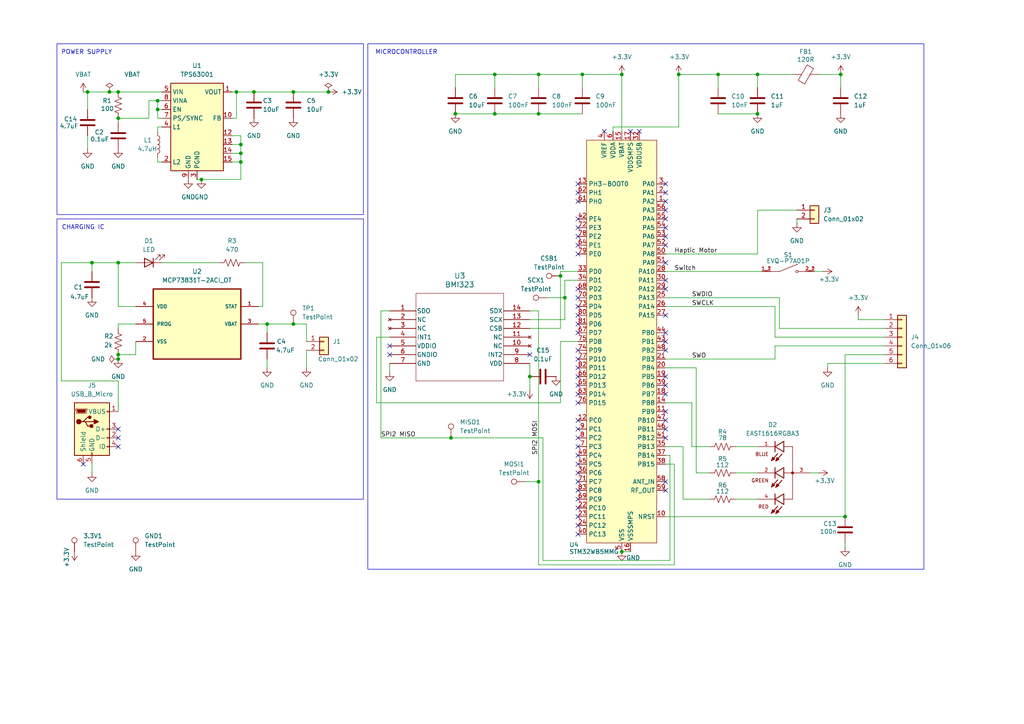
<source format=kicad_sch>
(kicad_sch (version 20231120) (generator "eeschema") (generator_version "8.0")
  (paper "A4")
  (lib_symbols
    (symbol "2025-09-24_20-33-02:BMI323" (pin_names (offset 0.254))
      (property "Reference" "U" (at 20.32 10.16 0))
      (property "Value" "BMI323" (at 20.32 7.62 0))
      (symbol "BMI323_0_1"
        (pin bidirectional line (at 0 0 0) (length 7.62) (name "SDO") (number "1"))
        (pin no_connect line (at 40.64 -10.16 180) (length 7.62) (name "NC") (number "10"))
        (pin no_connect line (at 40.64 -7.62 180) (length 7.62) (name "NC") (number "11"))
        (pin input line (at 40.64 -5.08 180) (length 7.62) (name "CSB") (number "12"))
        (pin input line (at 40.64 -2.54 180) (length 7.62) (name "SCX") (number "13"))
        (pin bidirectional line (at 40.64 0 180) (length 7.62) (name "SDX") (number "14"))
        (pin no_connect line (at 0 -2.54 0) (length 7.62) (name "NC") (number "2"))
        (pin no_connect line (at 0 -5.08 0) (length 7.62) (name "NC") (number "3"))
        (pin bidirectional line (at 0 -7.62 0) (length 7.62) (name "INT1") (number "4"))
        (pin power_in line (at 0 -10.16 0) (length 7.62) (name "VDDIO") (number "5"))
        (pin power_out line (at 0 -12.7 0) (length 7.62) (name "GNDIO") (number "6"))
        (pin power_out line (at 0 -15.24 0) (length 7.62) (name "GND") (number "7"))
        (pin power_in line (at 40.64 -15.24 180) (length 7.62) (name "VDD") (number "8"))
        (pin bidirectional line (at 40.64 -12.7 180) (length 7.62) (name "INT2") (number "9"))
      )
    )
    (symbol "Connector:TestPoint" (pin_numbers hide) (pin_names (offset 0.762) hide)
      (property "Reference" "TP" (at 0 6.858 0))
      (property "Value" "TestPoint" (at 0 5.08 0))
      (symbol "TestPoint_1_1"
        (pin passive line (at 0 0 90) (length 2.54) (name "1") (number "1"))
      )
    )
    (symbol "Connector:USB_B_Micro" (pin_names (offset 1.016))
      (property "Reference" "J" (at -5.08 11.43 0))
      (property "Value" "USB_B_Micro" (at -5.08 8.89 0))
      (symbol "USB_B_Micro_1_1"
        (pin power_out line (at 7.62 5.08 180) (length 2.54) (name "VBUS") (number "1"))
        (pin bidirectional line (at 7.62 -2.54 180) (length 2.54) (name "D-") (number "2"))
        (pin bidirectional line (at 7.62 0 180) (length 2.54) (name "D+") (number "3"))
        (pin passive line (at 7.62 -5.08 180) (length 2.54) (name "ID") (number "4"))
        (pin power_out line (at 0 -10.16 90) (length 2.54) (name "GND") (number "5"))
        (pin passive line (at -2.54 -10.16 90) (length 2.54) (name "Shield") (number "6"))
      )
    )
    (symbol "Connector_Generic:Conn_01x02" (pin_names (offset 1.016) hide)
      (property "Reference" "J" (at 0 2.54 0))
      (property "Value" "Conn_01x02" (at 0 -5.08 0))
      (symbol "Conn_01x02_1_1"
        (pin passive line (at -5.08 0 0) (length 3.81) (name "Pin_1") (number "1"))
        (pin passive line (at -5.08 -2.54 0) (length 3.81) (name "Pin_2") (number "2"))
      )
    )
    (symbol "Connector_Generic:Conn_01x06" (pin_names (offset 1.016) hide)
      (property "Reference" "J" (at 0 7.62 0))
      (property "Value" "Conn_01x06" (at 0 -10.16 0))
      (symbol "Conn_01x06_1_1"
        (pin passive line (at -5.08 5.08 0) (length 3.81) (name "Pin_1") (number "1"))
        (pin passive line (at -5.08 2.54 0) (length 3.81) (name "Pin_2") (number "2"))
        (pin passive line (at -5.08 0 0) (length 3.81) (name "Pin_3") (number "3"))
        (pin passive line (at -5.08 -2.54 0) (length 3.81) (name "Pin_4") (number "4"))
        (pin passive line (at -5.08 -5.08 0) (length 3.81) (name "Pin_5") (number "5"))
        (pin passive line (at -5.08 -7.62 0) (length 3.81) (name "Pin_6") (number "6"))
      )
    )
    (symbol "Device:C" (pin_numbers hide) (pin_names (offset 0.254))
      (property "Reference" "C" (at 0.635 2.54 0))
      (property "Value" "C" (at 0.635 -2.54 0))
      (symbol "C_1_1"
        (pin passive line (at 0 3.81 270) (length 2.794) (name "~") (number "1"))
        (pin passive line (at 0 -3.81 90) (length 2.794) (name "~") (number "2"))
      )
    )
    (symbol "Device:FerriteBead" (pin_numbers hide) (pin_names (offset 0))
      (property "Reference" "FB" (at -3.81 0.635 90))
      (property "Value" "FerriteBead" (at 3.81 0 90))
      (symbol "FerriteBead_1_1"
        (pin passive line (at 0 3.81 270) (length 2.54) (name "~") (number "1"))
        (pin passive line (at 0 -3.81 90) (length 2.54) (name "~") (number "2"))
      )
    )
    (symbol "Device:L" (pin_numbers hide) (pin_names (offset 1.016) hide)
      (property "Reference" "L" (at -1.27 0 90))
      (property "Value" "L" (at 1.905 0 90))
      (symbol "L_1_1"
        (pin passive line (at 0 3.81 270) (length 1.27) (name "1") (number "1"))
        (pin passive line (at 0 -3.81 90) (length 1.27) (name "2") (number "2"))
      )
    )
    (symbol "Device:LED" (pin_numbers hide) (pin_names (offset 1.016) hide)
      (property "Reference" "D" (at 0 2.54 0))
      (property "Value" "LED" (at 0 -2.54 0))
      (symbol "LED_1_1"
        (pin passive line (at -3.81 0 0) (length 2.54) (name "K") (number "1"))
        (pin passive line (at 3.81 0 180) (length 2.54) (name "A") (number "2"))
      )
    )
    (symbol "Device:R_US" (pin_numbers hide) (pin_names (offset 0))
      (property "Reference" "R" (at 2.54 0 90))
      (property "Value" "R_US" (at -2.54 0 90))
      (symbol "R_US_1_1"
        (pin passive line (at 0 3.81 270) (length 1.27) (name "~") (number "1"))
        (pin passive line (at 0 -3.81 90) (length 1.27) (name "~") (number "2"))
      )
    )
    (symbol "EAST1616RGBA3:EAST1616RGBA3" (pin_names (offset 1.016))
      (property "Reference" "D" (at -8.255 10.16 0))
      (property "Value" "EAST1616RGBA3" (at -8.255 9.525 0))
      (symbol "EAST1616RGBA3_0_0"
        (text "BLUE" (at 4.318 -4.826 0) (effects (font (size 1.016 1.016)) (justify left bottom)))
        (text "GREEN" (at 4.318 2.794 0) (effects (font (size 1.016 1.016)) (justify left bottom)))
        (text "RED" (at 4.318 10.414 0) (effects (font (size 1.016 1.016)) (justify left bottom)))
        (pin passive line (at 7.62 -7.62 180) (length 5.08) (name "~") (number "1"))
        (pin passive line (at 7.62 0 180) (length 5.08) (name "~") (number "2"))
        (pin passive line (at -7.62 0 0) (length 5.08) (name "~") (number "3"))
        (pin passive line (at 7.62 7.62 180) (length 5.08) (name "~") (number "4"))
      )
    )
    (symbol "EVQ-P7A01P:EVQ-P7A01P" (pin_names (offset 1.016))
      (property "Reference" "S" (at -2.54 2.54 0))
      (property "Value" "EVQ-P7A01P" (at -2.54 -2.54 0))
      (symbol "EVQ-P7A01P_0_0"
        (pin passive line (at -7.62 0 0) (length 2.54) (name "~") (number "1_1"))
        (pin passive line (at -7.62 0 0) (length 2.54) (name "~") (number "1_2"))
        (pin passive line (at 7.62 0 180) (length 2.54) (name "~") (number "2_1"))
        (pin passive line (at 7.62 0 180) (length 2.54) (name "~") (number "2_2"))
      )
    )
    (symbol "MCP73831T-2ACI_OT:MCP73831T-2ACI_OT" (pin_names (offset 1.016))
      (property "Reference" "U" (at -4.1227 10.0778 0))
      (property "Value" "MCP73831T-2ACI_OT" (at -5.9526 -17.1963 0))
      (symbol "MCP73831T-2ACI_OT_0_0"
        (pin output line (at 17.78 2.54 180) (length 5.08) (name "STAT") (number "1"))
        (pin power_in line (at -17.78 -7.62 0) (length 5.08) (name "VSS") (number "2"))
        (pin output line (at 17.78 -2.54 180) (length 5.08) (name "VBAT") (number "3"))
        (pin power_in line (at -17.78 2.54 0) (length 5.08) (name "VDD") (number "4"))
        (pin input line (at -17.78 -2.54 0) (length 5.08) (name "PROG") (number "5"))
      )
    )
    (symbol "RF_Module:STM32WB5MMG"
      (property "Reference" "U" (at 7.62 59.69 0))
      (property "Value" "STM32WB5MMG" (at 10.16 -59.69 0))
      (symbol "STM32WB5MMG_1_1"
        (pin bidirectional line (at 12.7 40.64 180) (length 2.54) (name "PA2") (number "1"))
        (pin input line (at 12.7 -50.8 180) (length 2.54) (name "NRST") (number "10"))
        (pin bidirectional line (at 12.7 -20.32 180) (length 2.54) (name "PB9") (number "11"))
        (pin bidirectional line (at -12.7 -22.86 0) (length 2.54) (name "PC0") (number "12"))
        (pin bidirectional line (at -12.7 45.72 0) (length 2.54) (name "PH3-BOOT0") (number "13"))
        (pin bidirectional line (at 12.7 -17.78 180) (length 2.54) (name "PB8") (number "14"))
        (pin power_in line (at 0 60.96 270) (length 2.54) (name "VBAT") (number "15"))
        (pin power_in line (at 2.54 -60.96 90) (length 2.54) (name "VSSSMPS") (number "16"))
        (pin power_in line (at 2.54 60.96 270) (length 2.54) (name "VDDSMPS") (number "17"))
        (pin bidirectional line (at 12.7 -15.24 180) (length 2.54) (name "PB7") (number "18"))
        (pin bidirectional line (at 12.7 -10.16 180) (length 2.54) (name "PB5") (number "19"))
        (pin bidirectional line (at 12.7 43.18 180) (length 2.54) (name "PA1") (number "2"))
        (pin bidirectional line (at 12.7 -7.62 180) (length 2.54) (name "PB4") (number "20"))
        (pin bidirectional line (at 12.7 -5.08 180) (length 2.54) (name "PB3") (number "21"))
        (pin bidirectional line (at -12.7 -48.26 0) (length 2.54) (name "PC10") (number "22"))
        (pin bidirectional line (at -12.7 -50.8 0) (length 2.54) (name "PC11") (number "23"))
        (pin bidirectional line (at -12.7 -53.34 0) (length 2.54) (name "PC12") (number "24"))
        (pin bidirectional line (at 12.7 12.7 180) (length 2.54) (name "PA13") (number "25"))
        (pin bidirectional line (at 12.7 10.16 180) (length 2.54) (name "PA14") (number "26"))
        (pin bidirectional line (at 12.7 7.62 180) (length 2.54) (name "PA15") (number "27"))
        (pin bidirectional line (at 12.7 20.32 180) (length 2.54) (name "PA10") (number "28"))
        (pin bidirectional line (at 12.7 15.24 180) (length 2.54) (name "PA12") (number "29"))
        (pin bidirectional line (at 12.7 45.72 180) (length 2.54) (name "PA0") (number "3"))
        (pin bidirectional line (at 12.7 17.78 180) (length 2.54) (name "PA11") (number "30"))
        (pin passive line (at 0 -60.96 90) (length 2.54) hide (name "VSS") (number "31"))
        (pin power_in line (at 5.08 60.96 270) (length 2.54) (name "VDDUSB") (number "32"))
        (pin bidirectional line (at -12.7 20.32 0) (length 2.54) (name "PD0") (number "33"))
        (pin bidirectional line (at -12.7 17.78 0) (length 2.54) (name "PD1") (number "34"))
        (pin bidirectional line (at 12.7 -30.48 180) (length 2.54) (name "PB13") (number "35"))
        (pin bidirectional line (at -12.7 -38.1 0) (length 2.54) (name "PC6") (number "36"))
        (pin bidirectional line (at 12.7 -33.02 180) (length 2.54) (name "PB14") (number "37"))
        (pin bidirectional line (at 12.7 -35.56 180) (length 2.54) (name "PB15") (number "38"))
        (pin bidirectional line (at 12.7 -12.7 180) (length 2.54) (name "PB6") (number "39"))
        (pin input line (at -5.08 60.96 270) (length 2.54) (name "VREF") (number "4"))
        (pin bidirectional line (at -12.7 -55.88 0) (length 2.54) (name "PC13") (number "40"))
        (pin bidirectional line (at 12.7 -27.94 180) (length 2.54) (name "PB12") (number "41"))
        (pin bidirectional line (at -12.7 35.56 0) (length 2.54) (name "PE4") (number "42"))
        (pin bidirectional line (at 12.7 0 180) (length 2.54) (name "PB1") (number "43"))
        (pin bidirectional line (at 12.7 2.54 180) (length 2.54) (name "PB0") (number "44"))
        (pin bidirectional line (at -12.7 -35.56 0) (length 2.54) (name "PC5") (number "45"))
        (pin bidirectional line (at 12.7 -25.4 180) (length 2.54) (name "PB11") (number "46"))
        (pin bidirectional line (at 12.7 -22.86 180) (length 2.54) (name "PB10") (number "47"))
        (pin bidirectional line (at 12.7 -2.54 180) (length 2.54) (name "PB2") (number "48"))
        (pin bidirectional line (at -12.7 -33.02 0) (length 2.54) (name "PC4") (number "49"))
        (pin power_in line (at 0 -60.96 90) (length 2.54) (name "VSS") (number "5"))
        (pin bidirectional line (at 12.7 25.4 180) (length 2.54) (name "PA8") (number "50"))
        (pin bidirectional line (at 12.7 22.86 180) (length 2.54) (name "PA9") (number "51"))
        (pin bidirectional line (at 12.7 27.94 180) (length 2.54) (name "PA7") (number "52"))
        (pin bidirectional line (at 12.7 30.48 180) (length 2.54) (name "PA6") (number "53"))
        (pin bidirectional line (at 12.7 33.02 180) (length 2.54) (name "PA5") (number "54"))
        (pin bidirectional line (at 12.7 35.56 180) (length 2.54) (name "PA4") (number "55"))
        (pin bidirectional line (at 12.7 38.1 180) (length 2.54) (name "PA3") (number "56"))
        (pin passive line (at 0 -60.96 90) (length 2.54) hide (name "VSS") (number "57"))
        (pin passive line (at 12.7 -40.64 180) (length 2.54) (name "ANT_IN") (number "58"))
        (pin passive line (at 12.7 -43.18 180) (length 2.54) (name "RF_OUT") (number "59"))
        (pin power_in line (at -2.54 60.96 270) (length 2.54) (name "VDDA") (number "6"))
        (pin passive line (at 0 -60.96 90) (length 2.54) hide (name "VSS") (number "60"))
        (pin bidirectional line (at -12.7 40.64 0) (length 2.54) (name "PH0") (number "61"))
        (pin bidirectional line (at -12.7 43.18 0) (length 2.54) (name "PH1") (number "62"))
        (pin bidirectional line (at -12.7 -15.24 0) (length 2.54) (name "PD14") (number "63"))
        (pin bidirectional line (at -12.7 27.94 0) (length 2.54) (name "PE1") (number "64"))
        (pin bidirectional line (at -12.7 -12.7 0) (length 2.54) (name "PD13") (number "65"))
        (pin bidirectional line (at -12.7 -10.16 0) (length 2.54) (name "PD12") (number "66"))
        (pin bidirectional line (at -12.7 2.54 0) (length 2.54) (name "PD7") (number "67"))
        (pin bidirectional line (at -12.7 15.24 0) (length 2.54) (name "PD2") (number "68"))
        (pin bidirectional line (at -12.7 -45.72 0) (length 2.54) (name "PC9") (number "69"))
        (pin bidirectional line (at -12.7 -30.48 0) (length 2.54) (name "PC3") (number "7"))
        (pin bidirectional line (at -12.7 12.7 0) (length 2.54) (name "PD3") (number "70"))
        (pin bidirectional line (at -12.7 -40.64 0) (length 2.54) (name "PC7") (number "71"))
        (pin bidirectional line (at -12.7 33.02 0) (length 2.54) (name "PE3") (number "72"))
        (pin bidirectional line (at -12.7 10.16 0) (length 2.54) (name "PD4") (number "73"))
        (pin bidirectional line (at -12.7 -2.54 0) (length 2.54) (name "PD9") (number "74"))
        (pin bidirectional line (at -12.7 0 0) (length 2.54) (name "PD8") (number "75"))
        (pin bidirectional line (at -12.7 -17.78 0) (length 2.54) (name "PD15") (number "76"))
        (pin bidirectional line (at -12.7 -5.08 0) (length 2.54) (name "PD10") (number "77"))
        (pin bidirectional line (at -12.7 30.48 0) (length 2.54) (name "PE2") (number "78"))
        (pin bidirectional line (at -12.7 25.4 0) (length 2.54) (name "PE0") (number "79"))
        (pin bidirectional line (at -12.7 -27.94 0) (length 2.54) (name "PC2") (number "8"))
        (pin bidirectional line (at -12.7 7.62 0) (length 2.54) (name "PD5") (number "80"))
        (pin bidirectional line (at -12.7 5.08 0) (length 2.54) (name "PD6") (number "81"))
        (pin bidirectional line (at -12.7 -7.62 0) (length 2.54) (name "PD11") (number "82"))
        (pin bidirectional line (at -12.7 -43.18 0) (length 2.54) (name "PC8") (number "83"))
        (pin passive line (at 0 -60.96 90) (length 2.54) hide (name "VSS") (number "84"))
        (pin no_connect line (at 10.16 -45.72 180) (length 2.54) hide (name "ANT_NC") (number "85"))
        (pin passive line (at 0 -60.96 90) (length 2.54) hide (name "VSS") (number "86"))
        (pin bidirectional line (at -12.7 -25.4 0) (length 2.54) (name "PC1") (number "9"))
      )
    )
    (symbol "Regulator_Switching:TPS63001"
      (property "Reference" "U1" (at 0 17.78 0))
      (property "Value" "TPS63001" (at 0 15.24 0))
      (symbol "TPS63001_1_1"
        (pin power_out line (at 10.16 10.16 180) (length 2.54) (name "VOUT") (number "1"))
        (pin input line (at 10.16 2.54 180) (length 2.54) (name "FB") (number "10"))
        (pin passive line (at 0 -15.24 90) (length 2.54) hide (name "PGND") (number "11"))
        (pin input line (at 10.16 -2.54 180) (length 2.54) (name "") (number "12"))
        (pin input line (at 10.16 -5.08 180) (length 2.54) (name "") (number "13"))
        (pin input line (at 10.16 -7.62 180) (length 2.54) (name "") (number "14"))
        (pin input line (at 10.16 -10.16 180) (length 2.54) (name "") (number "15"))
        (pin input line (at -10.16 -10.16 0) (length 2.54) (name "L2") (number "2"))
        (pin power_in line (at 0 -15.24 90) (length 2.54) (name "PGND") (number "3"))
        (pin input line (at -10.16 0 0) (length 2.54) (name "L1") (number "4"))
        (pin power_in line (at -10.16 10.16 0) (length 2.54) (name "VIN") (number "5"))
        (pin input line (at -10.16 5.08 0) (length 2.54) (name "EN") (number "6"))
        (pin input line (at -10.16 2.54 0) (length 2.54) (name "PS/SYNC") (number "7"))
        (pin power_in line (at -10.16 7.62 0) (length 2.54) (name "VINA") (number "8"))
        (pin power_in line (at -2.54 -15.24 90) (length 2.54) (name "GND") (number "9"))
      )
    )
    (symbol "power:+3.3V" (power) (pin_numbers hide) (pin_names (offset 0) hide)
      (property "Value" "+3.3V" (at 0 3.556 0))
      (symbol "+3.3V_1_1"
        (pin power_in line (at 0 0 90) (length 0) (name "~") (number "1"))
      )
    )
    (symbol "power:+3.3VA" (power) (pin_numbers hide) (pin_names (offset 0) hide)
      (property "Value" "+3.3VA" (at 0 3.556 0))
      (symbol "+3.3VA_1_1"
        (pin power_in line (at 0 0 90) (length 0) (name "~") (number "1"))
      )
    )
    (symbol "power:GND" (power) (pin_numbers hide) (pin_names (offset 0) hide)
      (property "Value" "GND" (at 0 -3.81 0))
      (symbol "GND_1_1"
        (pin power_in line (at 0 0 270) (length 0) (name "~") (number "1"))
      )
    )
    (symbol "power:PWR_FLAG" (power) (pin_numbers hide) (pin_names (offset 0) hide)
      (property "Value" "PWR_FLAG" (at 0 3.81 0))
      (symbol "PWR_FLAG_0_0"
        (pin power_out line (at 0 0 90) (length 0) (name "~") (number "1"))
      )
    )
    (symbol "power:VDD" (power) (pin_numbers hide) (pin_names (offset 0) hide)
      (property "Value" "VDD" (at 0 3.556 0))
      (symbol "VDD_1_1"
        (pin power_in line (at 0 0 90) (length 0) (name "~") (number "1"))
      )
    )
  )
  (junction (at 130.81 127))
  (junction (at 26.67 76.2))
  (junction (at 31.75 26.67))
  (junction (at 34.29 34.29))
  (junction (at 85.09 93.98))
  (junction (at 196.85 21.59))
  (junction (at 73.66 26.67))
  (junction (at 219.71 33.02))
  (junction (at 34.29 76.2))
  (junction (at 45.72 29.21))
  (junction (at 143.51 21.59))
  (junction (at 243.84 21.59))
  (junction (at 25.4 26.67))
  (junction (at 58.42 52.07))
  (junction (at 34.29 104.14))
  (junction (at 180.34 160.02))
  (junction (at 245.11 149.86))
  (junction (at 219.71 21.59))
  (junction (at 69.85 46.99))
  (junction (at 85.09 26.67))
  (junction (at 180.34 21.59))
  (junction (at 156.21 33.02))
  (junction (at 34.29 102.87))
  (junction (at 95.25 26.67))
  (junction (at 162.56 80.01))
  (junction (at 156.21 21.59))
  (junction (at 132.08 33.02))
  (junction (at 45.72 31.75))
  (junction (at 168.91 21.59))
  (junction (at 69.85 41.91))
  (junction (at 208.28 21.59))
  (junction (at 77.47 93.98))
  (junction (at 163.83 86.36))
  (junction (at 143.51 33.02))
  (junction (at 34.29 26.67))
  (junction (at 156.21 139.7))
  (junction (at 69.85 44.45))
  (junction (at 68.58 26.67))
  (junction (at 153.67 109.22))
  (no_connect (at 167.64 142.24))
  (no_connect (at 193.04 111.76))
  (no_connect (at 167.64 55.88))
  (no_connect (at 193.04 66.04))
  (no_connect (at 193.04 68.58))
  (no_connect (at 167.64 129.54))
  (no_connect (at 193.04 124.46))
  (no_connect (at 167.64 53.34))
  (no_connect (at 167.64 116.84))
  (no_connect (at 167.64 96.52))
  (no_connect (at 167.64 137.16))
  (no_connect (at 167.64 147.32))
  (no_connect (at 193.04 121.92))
  (no_connect (at 113.03 100.33))
  (no_connect (at 193.04 76.2))
  (no_connect (at 167.64 86.36))
  (no_connect (at 167.64 114.3))
  (no_connect (at 167.64 139.7))
  (no_connect (at 193.04 101.6))
  (no_connect (at 167.64 111.76))
  (no_connect (at 193.04 96.52))
  (no_connect (at 167.64 124.46))
  (no_connect (at 113.03 102.87))
  (no_connect (at 167.64 71.12))
  (no_connect (at 34.29 129.54))
  (no_connect (at 167.64 104.14))
  (no_connect (at 167.64 149.86))
  (no_connect (at 185.42 38.1))
  (no_connect (at 167.64 91.44))
  (no_connect (at 167.64 121.92))
  (no_connect (at 193.04 142.24))
  (no_connect (at 193.04 58.42))
  (no_connect (at 167.64 144.78))
  (no_connect (at 167.64 109.22))
  (no_connect (at 182.88 38.1))
  (no_connect (at 167.64 154.94))
  (no_connect (at 193.04 119.38))
  (no_connect (at 167.64 132.08))
  (no_connect (at 167.64 134.62))
  (no_connect (at 175.26 38.1))
  (no_connect (at 193.04 71.12))
  (no_connect (at 167.64 88.9))
  (no_connect (at 193.04 81.28))
  (no_connect (at 34.29 127))
  (no_connect (at 193.04 53.34))
  (no_connect (at 193.04 63.5))
  (no_connect (at 167.64 68.58))
  (no_connect (at 167.64 66.04))
  (no_connect (at 167.64 63.5))
  (no_connect (at 167.64 106.68))
  (no_connect (at 193.04 83.82))
  (no_connect (at 167.64 73.66))
  (no_connect (at 167.64 101.6))
  (no_connect (at 153.67 102.87))
  (no_connect (at 193.04 60.96))
  (no_connect (at 34.29 124.46))
  (no_connect (at 167.64 83.82))
  (no_connect (at 193.04 91.44))
  (no_connect (at 167.64 127))
  (no_connect (at 24.13 134.62))
  (no_connect (at 193.04 114.3))
  (no_connect (at 167.64 152.4))
  (no_connect (at 167.64 58.42))
  (no_connect (at 167.64 93.98))
  (no_connect (at 193.04 55.88))
  (no_connect (at 193.04 109.22))
  (no_connect (at 193.04 127))
  (no_connect (at 193.04 139.7))
  (no_connect (at 193.04 99.06))
  (wire (pts (xy 208.28 25.4) (xy 208.28 21.59)))
  (wire (pts (xy 45.72 36.83) (xy 45.72 38.1)))
  (wire (pts (xy 34.29 119.38) (xy 34.29 110.49)))
  (wire (pts (xy 236.22 78.74) (xy 238.76 78.74)))
  (wire (pts (xy 71.12 76.2) (xy 76.2 76.2)))
  (wire (pts (xy 213.36 129.54) (xy 219.71 129.54)))
  (wire (pts (xy 85.09 26.67) (xy 95.25 26.67)))
  (wire (pts (xy 31.75 26.67) (xy 34.29 26.67)))
  (wire (pts (xy 162.56 116.84) (xy 162.56 99.06)))
  (wire (pts (xy 156.21 25.4) (xy 156.21 21.59)))
  (wire (pts (xy 193.04 86.36) (xy 226.06 86.36)))
  (wire (pts (xy 26.67 134.62) (xy 26.67 137.16)))
  (wire (pts (xy 193.04 78.74) (xy 220.98 78.74)))
  (wire (pts (xy 224.79 88.9) (xy 224.79 97.79)))
  (wire (pts (xy 208.28 21.59) (xy 219.71 21.59)))
  (wire (pts (xy 219.71 60.96) (xy 231.14 60.96)))
  (wire (pts (xy 226.06 86.36) (xy 226.06 95.25)))
  (wire (pts (xy 68.58 26.67) (xy 73.66 26.67)))
  (wire (pts (xy 231.14 63.5) (xy 231.14 64.77)))
  (wire (pts (xy 157.48 127) (xy 130.81 127)))
  (wire (pts (xy 219.71 73.66) (xy 219.71 60.96)))
  (wire (pts (xy 152.4 139.7) (xy 156.21 139.7)))
  (wire (pts (xy 68.58 34.29) (xy 68.58 26.67)))
  (wire (pts (xy 153.67 105.41) (xy 153.67 109.22)))
  (wire (pts (xy 156.21 139.7) (xy 156.21 163.83)))
  (wire (pts (xy 45.72 34.29) (xy 45.72 31.75)))
  (wire (pts (xy 158.75 86.36) (xy 163.83 86.36)))
  (wire (pts (xy 34.29 110.49) (xy 17.78 110.49)))
  (wire (pts (xy 162.56 78.74) (xy 162.56 80.01)))
  (wire (pts (xy 198.12 144.78) (xy 205.74 144.78)))
  (wire (pts (xy 243.84 21.59) (xy 243.84 25.4)))
  (wire (pts (xy 153.67 92.71) (xy 163.83 92.71)))
  (wire (pts (xy 224.79 104.14) (xy 224.79 100.33)))
  (wire (pts (xy 193.04 134.62) (xy 195.58 134.62)))
  (wire (pts (xy 109.22 116.84) (xy 162.56 116.84)))
  (wire (pts (xy 177.8 38.1) (xy 177.8 36.83)))
  (wire (pts (xy 130.81 127) (xy 110.49 127)))
  (wire (pts (xy 219.71 21.59) (xy 229.87 21.59)))
  (wire (pts (xy 245.11 102.87) (xy 256.54 102.87)))
  (wire (pts (xy 157.48 162.56) (xy 157.48 127)))
  (wire (pts (xy 248.92 91.44) (xy 248.92 92.71)))
  (wire (pts (xy 234.95 137.16) (xy 237.49 137.16)))
  (wire (pts (xy 73.66 26.67) (xy 85.09 26.67)))
  (wire (pts (xy 143.51 21.59) (xy 143.51 25.4)))
  (wire (pts (xy 237.49 21.59) (xy 243.84 21.59)))
  (wire (pts (xy 163.83 86.36) (xy 163.83 81.28)))
  (wire (pts (xy 200.66 129.54) (xy 205.74 129.54)))
  (wire (pts (xy 180.34 160.02) (xy 182.88 160.02)))
  (wire (pts (xy 132.08 21.59) (xy 143.51 21.59)))
  (wire (pts (xy 224.79 97.79) (xy 256.54 97.79)))
  (wire (pts (xy 67.31 26.67) (xy 68.58 26.67)))
  (wire (pts (xy 69.85 46.99) (xy 69.85 52.07)))
  (wire (pts (xy 88.9 93.98) (xy 85.09 93.98)))
  (wire (pts (xy 194.31 162.56) (xy 157.48 162.56)))
  (wire (pts (xy 85.09 93.98) (xy 77.47 93.98)))
  (wire (pts (xy 34.29 26.67) (xy 46.99 26.67)))
  (wire (pts (xy 208.28 33.02) (xy 219.71 33.02)))
  (wire (pts (xy 200.66 116.84) (xy 200.66 129.54)))
  (wire (pts (xy 113.03 97.79) (xy 109.22 97.79)))
  (wire (pts (xy 245.11 102.87) (xy 245.11 149.86)))
  (wire (pts (xy 67.31 34.29) (xy 68.58 34.29)))
  (wire (pts (xy 143.51 21.59) (xy 156.21 21.59)))
  (wire (pts (xy 208.28 21.59) (xy 196.85 21.59)))
  (wire (pts (xy 153.67 109.22) (xy 153.67 113.03)))
  (wire (pts (xy 200.66 116.84) (xy 193.04 116.84)))
  (wire (pts (xy 39.37 88.9) (xy 34.29 88.9)))
  (wire (pts (xy 132.08 25.4) (xy 132.08 21.59)))
  (wire (pts (xy 213.36 137.16) (xy 219.71 137.16)))
  (wire (pts (xy 198.12 129.54) (xy 193.04 129.54)))
  (wire (pts (xy 240.03 105.41) (xy 240.03 106.68)))
  (wire (pts (xy 226.06 95.25) (xy 256.54 95.25)))
  (wire (pts (xy 240.03 105.41) (xy 256.54 105.41)))
  (wire (pts (xy 43.18 29.21) (xy 43.18 34.29)))
  (wire (pts (xy 34.29 76.2) (xy 39.37 76.2)))
  (wire (pts (xy 17.78 110.49) (xy 17.78 76.2)))
  (wire (pts (xy 153.67 90.17) (xy 156.21 90.17)))
  (wire (pts (xy 156.21 90.17) (xy 156.21 139.7)))
  (wire (pts (xy 67.31 41.91) (xy 69.85 41.91)))
  (wire (pts (xy 163.83 81.28) (xy 167.64 81.28)))
  (wire (pts (xy 196.85 21.59) (xy 196.85 36.83)))
  (wire (pts (xy 113.03 105.41) (xy 113.03 107.95)))
  (wire (pts (xy 213.36 144.78) (xy 219.71 144.78)))
  (wire (pts (xy 58.42 52.07) (xy 69.85 52.07)))
  (wire (pts (xy 180.34 21.59) (xy 180.34 38.1)))
  (wire (pts (xy 195.58 163.83) (xy 195.58 134.62)))
  (wire (pts (xy 25.4 26.67) (xy 25.4 31.75)))
  (wire (pts (xy 45.72 46.99) (xy 46.99 46.99)))
  (wire (pts (xy 163.83 92.71) (xy 163.83 86.36)))
  (wire (pts (xy 45.72 45.72) (xy 45.72 46.99)))
  (wire (pts (xy 76.2 76.2) (xy 76.2 88.9)))
  (wire (pts (xy 34.29 34.29) (xy 34.29 35.56)))
  (wire (pts (xy 168.91 21.59) (xy 180.34 21.59)))
  (wire (pts (xy 168.91 21.59) (xy 168.91 25.4)))
  (wire (pts (xy 69.85 39.37) (xy 67.31 39.37)))
  (wire (pts (xy 162.56 78.74) (xy 167.64 78.74)))
  (wire (pts (xy 34.29 76.2) (xy 34.29 88.9)))
  (wire (pts (xy 69.85 41.91) (xy 69.85 39.37)))
  (wire (pts (xy 69.85 44.45) (xy 69.85 41.91)))
  (wire (pts (xy 25.4 26.67) (xy 31.75 26.67)))
  (wire (pts (xy 46.99 36.83) (xy 45.72 36.83)))
  (wire (pts (xy 69.85 46.99) (xy 69.85 44.45)))
  (wire (pts (xy 245.11 158.75) (xy 245.11 157.48)))
  (wire (pts (xy 177.8 36.83) (xy 196.85 36.83)))
  (wire (pts (xy 88.9 101.6) (xy 88.9 106.68)))
  (wire (pts (xy 34.29 34.29) (xy 43.18 34.29)))
  (wire (pts (xy 17.78 76.2) (xy 26.67 76.2)))
  (wire (pts (xy 198.12 144.78) (xy 198.12 129.54)))
  (wire (pts (xy 153.67 95.25) (xy 162.56 95.25)))
  (wire (pts (xy 67.31 44.45) (xy 69.85 44.45)))
  (wire (pts (xy 224.79 100.33) (xy 256.54 100.33)))
  (wire (pts (xy 46.99 34.29) (xy 45.72 34.29)))
  (wire (pts (xy 25.4 39.37) (xy 25.4 43.18)))
  (wire (pts (xy 193.04 149.86) (xy 245.11 149.86)))
  (wire (pts (xy 194.31 132.08) (xy 194.31 162.56)))
  (wire (pts (xy 193.04 88.9) (xy 224.79 88.9)))
  (wire (pts (xy 74.93 93.98) (xy 77.47 93.98)))
  (wire (pts (xy 201.93 106.68) (xy 201.93 137.16)))
  (wire (pts (xy 46.99 29.21) (xy 45.72 29.21)))
  (wire (pts (xy 77.47 106.68) (xy 77.47 104.14)))
  (wire (pts (xy 45.72 29.21) (xy 45.72 31.75)))
  (wire (pts (xy 162.56 99.06) (xy 167.64 99.06)))
  (wire (pts (xy 156.21 33.02) (xy 168.91 33.02)))
  (wire (pts (xy 57.15 52.07) (xy 58.42 52.07)))
  (wire (pts (xy 77.47 93.98) (xy 77.47 96.52)))
  (wire (pts (xy 34.29 102.87) (xy 39.37 102.87)))
  (wire (pts (xy 201.93 137.16) (xy 205.74 137.16)))
  (wire (pts (xy 24.13 26.67) (xy 25.4 26.67)))
  (wire (pts (xy 132.08 33.02) (xy 143.51 33.02)))
  (wire (pts (xy 34.29 95.25) (xy 34.29 93.98)))
  (wire (pts (xy 34.29 93.98) (xy 39.37 93.98)))
  (wire (pts (xy 34.29 102.87) (xy 34.29 104.14)))
  (wire (pts (xy 26.67 76.2) (xy 34.29 76.2)))
  (wire (pts (xy 88.9 93.98) (xy 88.9 99.06)))
  (wire (pts (xy 193.04 106.68) (xy 201.93 106.68)))
  (wire (pts (xy 162.56 80.01) (xy 162.56 95.25)))
  (wire (pts (xy 45.72 31.75) (xy 46.99 31.75)))
  (wire (pts (xy 45.72 29.21) (xy 43.18 29.21)))
  (wire (pts (xy 143.51 33.02) (xy 156.21 33.02)))
  (wire (pts (xy 219.71 21.59) (xy 219.71 25.4)))
  (wire (pts (xy 109.22 97.79) (xy 109.22 116.84)))
  (wire (pts (xy 193.04 73.66) (xy 219.71 73.66)))
  (wire (pts (xy 74.93 88.9) (xy 76.2 88.9)))
  (wire (pts (xy 67.31 46.99) (xy 69.85 46.99)))
  (wire (pts (xy 110.49 127) (xy 110.49 90.17)))
  (wire (pts (xy 156.21 163.83) (xy 195.58 163.83)))
  (wire (pts (xy 156.21 21.59) (xy 168.91 21.59)))
  (wire (pts (xy 193.04 104.14) (xy 224.79 104.14)))
  (wire (pts (xy 110.49 90.17) (xy 113.03 90.17)))
  (wire (pts (xy 46.99 76.2) (xy 63.5 76.2)))
  (wire (pts (xy 248.92 92.71) (xy 256.54 92.71)))
  (wire (pts (xy 39.37 102.87) (xy 39.37 99.06)))
  (wire (pts (xy 193.04 132.08) (xy 194.31 132.08)))
  (wire (pts (xy 26.67 76.2) (xy 26.67 78.74)))
  (rectangle (start 106.68 12.7) (end 267.97 165.1))
  (rectangle (start 16.51 12.7) (end 105.41 62.23))
  (rectangle (start 16.51 63.5) (end 105.41 144.78))
  (text "MICROCONTROLLER" (at 117.856 15.24 0) (effects (font (size 1.27 1.27))))
  (text "POWER SUPPLY" (at 25.146 15.24 0) (effects (font (size 1.27 1.27))))
  (text "CHARGING IC" (at 24.13 66.04 0) (effects (font (size 1.27 1.27))))
  (label "SPI2 MOSI" (at 156.21 121.92 270))
  (label "Switch" (at 195.58 78.74 0))
  (label "SWO" (at 200.66 104.14 0))
  (label "SWCLK" (at 200.66 88.9 0))
  (label "SWDIO" (at 200.66 86.36 0))
  (label "SPI2 MISO" (at 110.49 127 0))
  (label "Haptic Motor" (at 195.58 73.66 0))
  (symbol (lib_id "power:GND") (at 34.29 43.18 0) (unit 1)
    (property "Reference" "#PWR05" (effects (hide yes)))
    (property "Value" "GND" (at 34.29 48.26 0))
    (property "Description" "Power symbol creates a global label with name \"GND\" , ground" (effects (hide yes)))
  )
  (symbol (lib_id "power:+3.3VA") (at 196.85 21.59 0) (unit 1)
    (property "Reference" "#PWR019" (effects (hide yes)))
    (property "Value" "+3.3V" (at 194.056 16.51 0) (effects (justify left)))
    (property "Description" "Power symbol creates a global label with name \"+3.3VA\"" (effects (hide yes)))
  )
  (symbol (lib_id "power:+3.3V") (at 95.25 26.67 270) (unit 1)
    (property "Reference" "#PWR014" (effects (hide yes)))
    (property "Value" "+3.3V" (at 99.06 26.6699 90) (effects (justify left)))
    (property "Description" "Power symbol creates a global label with name \"+3.3V\"" (effects (hide yes)))
  )
  (symbol (lib_id "RF_Module:STM32WB5MMG") (at 180.34 99.06 0) (unit 1)
    (property "Reference" "U4" (at 165.1 157.988 0) (effects (justify left)))
    (property "Value" "STM32WB5MMG" (at 165.1 160.02 0) (effects (justify left)))
    (property "Footprint" "RF_Module:ST-SiP-LGA-86-11x7.3mm" (effects (hide yes)))
    (property "Datasheet" "https://www.st.com/resource/en/datasheet/stm32wb5mmg.pdf" (effects (hide yes)))
    (property "Description" "ST Microelectronics STM32WB55VG ARM Cortex Bluetooth Low Energy 5.0, Zigbee and 802.15.4 module, 1 MB Flash, 256kb RAM, Fully integrated BOM" (effects (hide yes)))
  )
  (symbol (lib_id "Device:C") (at 73.66 30.48 0) (unit 1)
    (property "Reference" "C3" (at 76.2 29.21 0) (effects (justify left)))
    (property "Value" "10uF" (at 76.2 31.75 0) (effects (justify left)))
    (property "Footprint" "Capacitor_SMD:C_0201_0603Metric_Pad0.64x0.40mm_HandSolder" (effects (hide yes)))
    (property "Description" "Unpolarized capacitor" (effects (hide yes)))
  )
  (symbol (lib_id "power:GND") (at 243.84 33.02 0) (unit 1)
    (property "Reference" "#PWR026" (effects (hide yes)))
    (property "Value" "GND" (at 243.84 38.1 0))
    (property "Description" "Power symbol creates a global label with name \"GND\" , ground" (effects (hide yes)))
  )
  (symbol (lib_id "power:PWR_FLAG") (at 95.25 26.67 0) (unit 1)
    (property "Reference" "#FLG03" (effects (hide yes)))
    (property "Value" "+3.3V" (at 95.25 21.59 0))
    (property "Description" "Special symbol for telling ERC where power comes from" (effects (hide yes)))
  )
  (symbol (lib_id "power:VDD") (at 24.13 26.67 0) (unit 1)
    (property "Reference" "#PWR04" (effects (hide yes)))
    (property "Value" "VBAT" (at 24.13 21.59 0))
    (property "Description" "Power symbol creates a global label with name \"VDD\"" (effects (hide yes)))
  )
  (symbol (lib_id "power:GND") (at 58.42 52.07 0) (unit 1)
    (property "Reference" "#PWR09" (effects (hide yes)))
    (property "Value" "GND" (at 58.42 57.15 0))
    (property "Description" "Power symbol creates a global label with name \"GND\" , ground" (effects (hide yes)))
  )
  (symbol (lib_id "Device:R_US") (at 209.55 144.78 90) (unit 1)
    (property "Reference" "R6" (at 209.55 140.716 90))
    (property "Value" "112" (at 209.55 142.494 90))
    (property "Footprint" "Resistor_SMD:R_0201_0603Metric" (effects (hide yes)))
    (property "Description" "Resistor, US symbol" (effects (hide yes)))
  )
  (symbol (lib_id "Device:L") (at 45.72 41.91 0) (unit 1)
    (property "Reference" "L1" (at 41.656 40.64 0) (effects (justify left)))
    (property "Value" "4.7uH" (at 39.878 43.18 0) (effects (justify left)))
    (property "Footprint" "Inductor_SMD:L_0201_0603Metric_Pad0.64x0.40mm_HandSolder" (effects (hide yes)))
    (property "Description" "Inductor" (effects (hide yes)))
  )
  (symbol (lib_id "Device:C") (at 26.67 82.55 0) (unit 1)
    (property "Reference" "C1" (at 21.336 83.312 0) (effects (justify left)))
    (property "Value" "4.7uF" (at 20.32 86.106 0) (effects (justify left)))
    (property "Footprint" "Capacitor_SMD:C_0201_0603Metric_Pad0.64x0.40mm_HandSolder" (effects (hide yes)))
    (property "Description" "Unpolarized capacitor" (effects (hide yes)))
  )
  (symbol (lib_id "power:+3.3V") (at 243.84 21.59 0) (unit 1)
    (property "Reference" "#PWR025" (effects (hide yes)))
    (property "Value" "+3.3V" (at 243.84 16.51 0))
    (property "Description" "Power symbol creates a global label with name \"+3.3V\"" (effects (hide yes)))
  )
  (symbol (lib_id "power:GND") (at 245.11 158.75 0) (unit 1)
    (property "Reference" "#PWR027" (effects (hide yes)))
    (property "Value" "GND" (at 245.11 163.83 0))
    (property "Description" "Power symbol creates a global label with name \"GND\" , ground" (effects (hide yes)))
  )
  (symbol (lib_id "Device:R_US") (at 209.55 129.54 90) (unit 1)
    (property "Reference" "R4" (at 209.55 125.222 90))
    (property "Value" "78" (at 209.55 127 90))
    (property "Footprint" "Resistor_SMD:R_0201_0603Metric_Pad0.64x0.40mm_HandSolder" (effects (hide yes)))
    (property "Description" "Resistor, US symbol" (effects (hide yes)))
  )
  (symbol (lib_id "power:GND") (at 34.29 104.14 0) (unit 1)
    (property "Reference" "#PWR06" (effects (hide yes)))
    (property "Value" "GND" (at 34.29 109.22 0))
    (property "Description" "Power symbol creates a global label with name \"GND\" , ground" (effects (hide yes)))
  )
  (symbol (lib_id "Device:FerriteBead") (at 233.68 21.59 270) (unit 1)
    (property "Reference" "FB1" (at 233.68 14.986 90))
    (property "Value" "120R" (at 233.68 17.272 90))
    (property "Footprint" "Resistor_SMD:R_0201_0603Metric_Pad0.64x0.40mm_HandSolder" (effects (hide yes)))
    (property "Description" "Ferrite bead" (effects (hide yes)))
  )
  (symbol (lib_id "power:PWR_FLAG") (at 34.29 104.14 90) (unit 1)
    (property "Reference" "#FLG02" (effects (hide yes)))
    (property "Value" "GND" (at 30.48 104.1399 90) (effects (justify left)))
    (property "Description" "Special symbol for telling ERC where power comes from" (effects (hide yes)))
  )
  (symbol (lib_id "Connector_Generic:Conn_01x06") (at 261.62 97.79 0) (unit 1)
    (property "Reference" "J4" (at 264.16 97.7899 0) (effects (justify left)))
    (property "Value" "Conn_01x06" (at 264.16 100.3299 0) (effects (justify left)))
    (property "Footprint" "Connector_JST:JST_PH_B6B-PH-K_1x06_P2.00mm_Vertical" (effects (hide yes)))
    (property "Description" "Generic connector, single row, 01x06, script generated (kicad-library-utils/schlib/autogen/connector/)" (effects (hide yes)))
  )
  (symbol (lib_id "Device:C") (at 132.08 29.21 0) (unit 1)
    (property "Reference" "C6" (at 135.89 27.9399 0) (effects (justify left)))
    (property "Value" "10uF" (at 135.89 30.4799 0) (effects (justify left)))
    (property "Footprint" "Capacitor_SMD:C_0201_0603Metric_Pad0.64x0.40mm_HandSolder" (effects (hide yes)))
    (property "Description" "Unpolarized capacitor" (effects (hide yes)))
  )
  (symbol (lib_id "Device:C") (at 85.09 30.48 0) (unit 1)
    (property "Reference" "C5" (at 88.9 29.2099 0) (effects (justify left)))
    (property "Value" "10uF" (at 88.9 31.7499 0) (effects (justify left)))
    (property "Footprint" "Capacitor_SMD:C_0201_0603Metric_Pad0.64x0.40mm_HandSolder" (effects (hide yes)))
    (property "Description" "Unpolarized capacitor" (effects (hide yes)))
  )
  (symbol (lib_id "power:GND") (at 25.4 43.18 0) (unit 1)
    (property "Reference" "#PWR029" (effects (hide yes)))
    (property "Value" "GND" (at 25.4 48.26 0))
    (property "Description" "Power symbol creates a global label with name \"GND\" , ground" (effects (hide yes)))
  )
  (symbol (lib_id "Device:C") (at 77.47 100.33 0) (unit 1)
    (property "Reference" "C4" (at 80.264 99.06 0) (effects (justify left)))
    (property "Value" "4.7uF" (at 80.01 101.6 0) (effects (justify left)))
    (property "Footprint" "Capacitor_SMD:C_0201_0603Metric_Pad0.64x0.40mm_HandSolder" (effects (hide yes)))
    (property "Description" "Unpolarized capacitor" (effects (hide yes)))
  )
  (symbol (lib_id "Device:C") (at 243.84 29.21 0) (unit 1)
    (property "Reference" "C12" (at 247.65 27.9399 0) (effects (justify left)))
    (property "Value" "1uF" (at 247.65 30.4799 0) (effects (justify left)))
    (property "Footprint" "Capacitor_SMD:C_0201_0603Metric_Pad0.64x0.40mm_HandSolder" (effects (hide yes)))
    (property "Description" "Unpolarized capacitor" (effects (hide yes)))
  )
  (symbol (lib_id "2025-09-24_20-33-02:BMI323") (at 113.03 90.17 0) (unit 1)
    (property "Reference" "U3" (at 133.35 80.01 0) (effects (font (size 1.524 1.524))))
    (property "Value" "BMI323" (at 133.35 82.55 0) (effects (font (size 1.524 1.524))))
    (property "Footprint" "BMI323:XDCR_BMI270" (effects (hide yes)))
    (property "Datasheet" "BMI323" (effects (hide yes)))
  )
  (symbol (lib_id "Device:R_US") (at 34.29 99.06 0) (unit 1)
    (property "Reference" "R2" (at 30.226 97.536 0) (effects (justify left)))
    (property "Value" "2k" (at 30.226 100.076 0) (effects (justify left)))
    (property "Footprint" "Resistor_SMD:R_0201_0603Metric_Pad0.64x0.40mm_HandSolder" (effects (hide yes)))
    (property "Description" "Resistor, US symbol" (effects (hide yes)))
  )
  (symbol (lib_id "Regulator_Switching:TPS63001") (at 57.15 36.83 0) (unit 1)
    (property "Reference" "U1" (at 57.15 19.05 0))
    (property "Value" "TPS63001" (at 57.15 21.59 0))
    (property "Footprint" "TPS63001:VREG_V62_16624-01YE" (effects (hide yes)))
    (property "Datasheet" "http://www.ti.com/lit/ds/symlink/tps63000.pdf" (effects (hide yes)))
    (property "Description" "Buck-Boost Converter, 1.8-5.5V Input Voltage, 1.7A Switch Current, 3.3V Output Voltage, VSON-10" (effects (hide yes)))
  )
  (symbol (lib_id "power:PWR_FLAG") (at 31.75 26.67 0) (unit 1)
    (property "Reference" "#FLG01" (effects (hide yes)))
    (property "Value" "VBAT" (at 38.354 21.59 0))
    (property "Description" "Special symbol for telling ERC where power comes from" (effects (hide yes)))
  )
  (symbol (lib_id "power:+3.3V") (at 153.67 113.03 180) (unit 1)
    (property "Reference" "#PWR017" (effects (hide yes)))
    (property "Value" "+3.3V" (at 149.86 114.3 0))
    (property "Description" "Power symbol creates a global label with name \"+3.3V\"" (effects (hide yes)))
  )
  (symbol (lib_id "Device:C") (at 34.29 39.37 0) (unit 1)
    (property "Reference" "C2" (at 27.432 38.354 0) (effects (justify left)))
    (property "Value" "0.1uF" (at 26.162 40.386 0) (effects (justify left)))
    (property "Footprint" "Capacitor_SMD:C_0201_0603Metric_Pad0.64x0.40mm_HandSolder" (effects (hide yes)))
    (property "Description" "Unpolarized capacitor" (effects (hide yes)))
  )
  (symbol (lib_id "power:GND") (at 113.03 107.95 0) (unit 1)
    (property "Reference" "#PWR015" (effects (hide yes)))
    (property "Value" "GND" (at 113.03 113.03 0))
    (property "Description" "Power symbol creates a global label with name \"GND\" , ground" (effects (hide yes)))
  )
  (symbol (lib_id "Device:R_US") (at 209.55 137.16 90) (unit 1)
    (property "Reference" "R5" (at 209.55 133.096 90))
    (property "Value" "112" (at 209.55 134.874 90))
    (property "Footprint" "Resistor_SMD:R_0201_0603Metric_Pad0.64x0.40mm_HandSolder" (effects (hide yes)))
    (property "Description" "Resistor, US symbol" (effects (hide yes)))
  )
  (symbol (lib_id "Device:C") (at 156.21 29.21 0) (unit 1)
    (property "Reference" "C8" (at 160.02 27.9399 0) (effects (justify left)))
    (property "Value" "100nF" (at 160.02 30.4799 0) (effects (justify left)))
    (property "Footprint" "Capacitor_SMD:C_0201_0603Metric_Pad0.64x0.40mm_HandSolder" (effects (hide yes)))
    (property "Description" "Unpolarized capacitor" (effects (hide yes)))
  )
  (symbol (lib_id "power:GND") (at 73.66 34.29 0) (unit 1)
    (property "Reference" "#PWR010" (effects (hide yes)))
    (property "Value" "GND" (at 73.66 39.37 0))
    (property "Description" "Power symbol creates a global label with name \"GND\" , ground" (effects (hide yes)))
  )
  (symbol (lib_id "power:+3.3V") (at 238.76 78.74 270) (unit 1)
    (property "Reference" "#PWR023" (effects (hide yes)))
    (property "Value" "+3.3V" (at 237.49 81.026 90) (effects (justify left)))
    (property "Description" "Power symbol creates a global label with name \"+3.3V\"" (effects (hide yes)))
  )
  (symbol (lib_id "power:GND") (at 85.09 34.29 0) (unit 1)
    (property "Reference" "#PWR012" (effects (hide yes)))
    (property "Value" "GND" (at 85.09 39.37 0))
    (property "Description" "Power symbol creates a global label with name \"GND\" , ground" (effects (hide yes)))
  )
  (symbol (lib_id "power:GND") (at 54.61 52.07 0) (unit 1)
    (property "Reference" "#PWR08" (effects (hide yes)))
    (property "Value" "GND" (at 54.61 57.15 0))
    (property "Description" "Power symbol creates a global label with name \"GND\" , ground" (effects (hide yes)))
  )
  (symbol (lib_id "Device:C") (at 143.51 29.21 0) (unit 1)
    (property "Reference" "C7" (at 147.32 27.9399 0) (effects (justify left)))
    (property "Value" "100nF" (at 147.32 30.4799 0) (effects (justify left)))
    (property "Footprint" "Capacitor_SMD:C_0201_0603Metric_Pad0.64x0.40mm_HandSolder" (effects (hide yes)))
    (property "Description" "Unpolarized capacitor" (effects (hide yes)))
  )
  (symbol (lib_id "Connector:TestPoint") (at 39.37 160.02 0) (unit 1)
    (property "Reference" "GND1" (at 41.91 155.4479 0) (effects (justify left)))
    (property "Value" "TestPoint" (at 41.91 157.9879 0) (effects (justify left)))
    (property "Footprint" "TestPoint:TestPoint_Pad_D1.5mm" (effects (hide yes)))
    (property "Description" "test point" (effects (hide yes)))
  )
  (symbol (lib_id "Device:C") (at 208.28 29.21 0) (unit 1)
    (property "Reference" "C10" (at 212.09 27.9399 0) (effects (justify left)))
    (property "Value" "10nF" (at 212.09 30.4799 0) (effects (justify left)))
    (property "Footprint" "Capacitor_SMD:C_0201_0603Metric_Pad0.64x0.40mm_HandSolder" (effects (hide yes)))
    (property "Description" "Unpolarized capacitor" (effects (hide yes)))
  )
  (symbol (lib_id "power:GND") (at 161.29 109.22 0) (unit 1)
    (property "Reference" "#PWR030" (effects (hide yes)))
    (property "Value" "GND" (at 161.29 114.3 0))
    (property "Description" "Power symbol creates a global label with name \"GND\" , ground" (effects (hide yes)))
  )
  (symbol (lib_id "Connector:TestPoint") (at 158.75 86.36 90) (unit 1)
    (property "Reference" "SCX1" (at 155.448 81.28 90))
    (property "Value" "TestPoint" (at 155.448 83.82 90))
    (property "Footprint" "TestPoint:TestPoint_Pad_D1.5mm" (effects (hide yes)))
    (property "Description" "test point" (effects (hide yes)))
  )
  (symbol (lib_id "power:GND") (at 240.03 106.68 0) (unit 1)
    (property "Reference" "#PWR024" (effects (hide yes)))
    (property "Value" "GND" (at 240.03 111.76 0))
    (property "Description" "Power symbol creates a global label with name \"GND\" , ground" (effects (hide yes)))
  )
  (symbol (lib_id "power:GND") (at 77.47 106.68 0) (unit 1)
    (property "Reference" "#PWR011" (effects (hide yes)))
    (property "Value" "GND" (at 77.47 111.76 0))
    (property "Description" "Power symbol creates a global label with name \"GND\" , ground" (effects (hide yes)))
  )
  (symbol (lib_id "power:GND") (at 26.67 86.36 0) (unit 1)
    (property "Reference" "#PWR03" (effects (hide yes)))
    (property "Value" "GND" (at 26.67 91.44 0))
    (property "Description" "Power symbol creates a global label with name \"GND\" , ground" (effects (hide yes)))
  )
  (symbol (lib_id "power:GND") (at 219.71 33.02 0) (unit 1)
    (property "Reference" "#PWR020" (effects (hide yes)))
    (property "Value" "GND" (at 219.71 38.1 0))
    (property "Description" "Power symbol creates a global label with name \"GND\" , ground" (effects (hide yes)))
  )
  (symbol (lib_id "Connector:TestPoint") (at 85.09 93.98 0) (unit 1)
    (property "Reference" "TP1" (at 87.63 89.4079 0) (effects (justify left)))
    (property "Value" "TestPoint" (at 87.63 91.9479 0) (effects (justify left)))
    (property "Footprint" "TestPoint:TestPoint_Pad_D1.5mm" (effects (hide yes)))
    (property "Description" "test point" (effects (hide yes)))
  )
  (symbol (lib_id "power:GND") (at 39.37 160.02 0) (unit 1)
    (property "Reference" "#PWR07" (effects (hide yes)))
    (property "Value" "GND" (at 39.37 165.1 0))
    (property "Description" "Power symbol creates a global label with name \"GND\" , ground" (effects (hide yes)))
  )
  (symbol (lib_id "Device:C") (at 245.11 153.67 0) (unit 1)
    (property "Reference" "C13" (at 238.76 151.892 0) (effects (justify left)))
    (property "Value" "100n" (at 237.744 154.178 0) (effects (justify left)))
    (property "Footprint" "Capacitor_SMD:C_0201_0603Metric_Pad0.64x0.40mm_HandSolder" (effects (hide yes)))
    (property "Description" "Unpolarized capacitor" (effects (hide yes)))
  )
  (symbol (lib_id "Connector:TestPoint") (at 21.59 160.02 0) (unit 1)
    (property "Reference" "3.3V1" (at 24.13 155.4479 0) (effects (justify left)))
    (property "Value" "TestPoint" (at 24.13 157.9879 0) (effects (justify left)))
    (property "Footprint" "TestPoint:TestPoint_Pad_D1.5mm" (effects (hide yes)))
    (property "Description" "test point" (effects (hide yes)))
  )
  (symbol (lib_id "power:GND") (at 180.34 160.02 0) (unit 1)
    (property "Reference" "#PWR031" (effects (hide yes)))
    (property "Value" "GND" (at 183.642 161.798 0))
    (property "Description" "Power symbol creates a global label with name \"GND\" , ground" (effects (hide yes)))
  )
  (symbol (lib_id "Connector:TestPoint") (at 152.4 139.7 90) (unit 1)
    (property "Reference" "MOSI1" (at 149.098 134.62 90))
    (property "Value" "TestPoint" (at 149.098 137.16 90))
    (property "Footprint" "TestPoint:TestPoint_Pad_D1.5mm" (effects (hide yes)))
    (property "Description" "test point" (effects (hide yes)))
  )
  (symbol (lib_id "MCP73831T-2ACI_OT:MCP73831T-2ACI_OT") (at 57.15 91.44 0) (unit 1)
    (property "Reference" "U2" (at 57.15 78.74 0))
    (property "Value" "MCP73831T-2ACI_OT" (at 57.15 81.28 0))
    (property "Footprint" "MCP:SOT95P280X145-5N" (effects (hide yes)))
    (property "MPN" "MCP73831T-2ACI/OT" (effects (hide yes)))
    (property "OC_FARNELL" "1332158" (effects (hide yes)))
    (property "OC_NEWARK" "56K7045" (effects (hide yes)))
    (property "SUPPLIER" "Microchip" (effects (hide yes)))
    (property "PACKAGE" "SOT-5" (effects (hide yes)))
  )
  (symbol (lib_id "power:+3.3V") (at 180.34 21.59 0) (unit 1)
    (property "Reference" "#PWR018" (effects (hide yes)))
    (property "Value" "+3.3V" (at 180.34 16.51 0))
    (property "Description" "Power symbol creates a global label with name \"+3.3V\"" (effects (hide yes)))
  )
  (symbol (lib_id "Device:R_US") (at 67.31 76.2 90) (unit 1)
    (property "Reference" "R3" (at 67.31 69.85 90))
    (property "Value" "470" (at 67.31 72.39 90))
    (property "Footprint" "Resistor_SMD:R_0201_0603Metric_Pad0.64x0.40mm_HandSolder" (effects (hide yes)))
    (property "Description" "Resistor, US symbol" (effects (hide yes)))
  )
  (symbol (lib_id "power:GND") (at 26.67 137.16 0) (unit 1)
    (property "Reference" "#PWR01" (effects (hide yes)))
    (property "Value" "GND" (at 26.67 142.24 0))
    (property "Description" "Power symbol creates a global label with name \"GND\" , ground" (effects (hide yes)))
  )
  (symbol (lib_id "EAST1616RGBA3:EAST1616RGBA3") (at 227.33 137.16 180) (unit 1)
    (property "Reference" "D2" (at 224.0879 123.19 0))
    (property "Value" "EAST1616RGBA3" (at 224.0879 125.73 0))
    (property "Footprint" "EAST1616:19-237&slash_R6GHBHC-C01&slash_2T" (effects (hide yes)))
    (property "MF" "Everlight Electronics" (effects (hide yes)))
    (property "MAXIMUM_PACKAGE_HEIGHT" "0.35 mm" (effects (hide yes)))
    (property "Package" "0606 Everlight" (effects (hide yes)))
    (property "Price" "None" (effects (hide yes)))
    (property "Check_prices" "https://www.snapeda.com/parts/EAST1616RGBA3/Everlight/view-part/?ref=eda" (effects (hide yes)))
    (property "STANDARD" "Manufacturer Recommendations" (effects (hide yes)))
    (property "PARTREV" "2" (effects (hide yes)))
    (property "SnapEDA_Link" "https://www.snapeda.com/parts/EAST1616RGBA3/Everlight/view-part/?ref=snap" (effects (hide yes)))
    (property "MP" "EAST1616RGBA3" (effects (hide yes)))
    (property "Description_1" "\n                        \n                            Red, Green, Blue (RGB) - LED Indication - Discrete 1.95V Red, 2.8V Green, 2.8V Blue 0606 (1616 Metric)\n                        \n" (effects (hide yes)))
    (property "Availability" "In Stock" (effects (hide yes)))
    (property "MANUFACTURER" "Everlight" (effects (hide yes)))
  )
  (symbol (lib_id "Connector_Generic:Conn_01x02") (at 236.22 60.96 0) (unit 1)
    (property "Reference" "J3" (at 238.76 60.9599 0) (effects (justify left)))
    (property "Value" "Conn_01x02" (at 238.76 63.4999 0) (effects (justify left)))
    (property "Footprint" "Connector_JST:JST_PH_B2B-PH-K_1x02_P2.00mm_Vertical" (effects (hide yes)))
    (property "Description" "Generic connector, single row, 01x02, script generated (kicad-library-utils/schlib/autogen/connector/)" (effects (hide yes)))
  )
  (symbol (lib_id "power:+3.3V") (at 237.49 137.16 270) (unit 1)
    (property "Reference" "#PWR022" (effects (hide yes)))
    (property "Value" "+3.3V" (at 236.22 139.446 90) (effects (justify left)))
    (property "Description" "Power symbol creates a global label with name \"+3.3V\"" (effects (hide yes)))
  )
  (symbol (lib_id "Device:C") (at 157.48 109.22 90) (unit 1)
    (property "Reference" "C15" (at 157.48 101.6 90))
    (property "Value" "0.1uF" (at 157.48 104.14 90))
    (property "Footprint" "Capacitor_SMD:C_0201_0603Metric_Pad0.64x0.40mm_HandSolder" (effects (hide yes)))
    (property "Description" "Unpolarized capacitor" (effects (hide yes)))
  )
  (symbol (lib_id "EVQ-P7A01P:EVQ-P7A01P") (at 228.6 78.74 0) (unit 1)
    (property "Reference" "S1" (at 228.6 73.914 0))
    (property "Value" "EVQ-P7A01P" (at 228.6 75.692 0))
    (property "Footprint" "EVQ-P7A01P:SW_EVQ-P7A01P" (effects (hide yes)))
    (property "MF" "Panasonic Electronic" (effects (hide yes)))
    (property "MAXIMUM_PACKAGE_HEIGHT" "1.35mm" (effects (hide yes)))
    (property "Package" "None" (effects (hide yes)))
    (property "Price" "None" (effects (hide yes)))
    (property "Check_prices" "https://www.snapeda.com/parts/EVQ-P7A01P/Panasonic/view-part/?ref=eda" (effects (hide yes)))
    (property "STANDARD" "Manufacturer Recommendations" (effects (hide yes)))
    (property "PARTREV" "2022.4" (effects (hide yes)))
    (property "SnapEDA_Link" "https://www.snapeda.com/parts/EVQ-P7A01P/Panasonic/view-part/?ref=snap" (effects (hide yes)))
    (property "MP" "EVQ-P7A01P" (effects (hide yes)))
    (property "Description_1" "\n                        \n                            Tactile Switch SPST-NO Side Actuated Surface Mount, Right Angle\n                        \n" (effects (hide yes)))
    (property "Availability" "In Stock" (effects (hide yes)))
    (property "MANUFACTURER" "Panasonic Electronic Components" (effects (hide yes)))
  )
  (symbol (lib_id "power:+3.3V") (at 248.92 91.44 0) (unit 1)
    (property "Reference" "#PWR028" (effects (hide yes)))
    (property "Value" "+3.3V" (at 248.92 86.36 0))
    (property "Description" "Power symbol creates a global label with name \"+3.3V\"" (effects (hide yes)))
  )
  (symbol (lib_id "Device:LED") (at 43.18 76.2 180) (unit 1)
    (property "Reference" "D1" (at 43.18 69.85 0))
    (property "Value" "LED" (at 43.18 72.39 0))
    (property "Footprint" "LED_SMD:LED_0603_1608Metric" (effects (hide yes)))
    (property "Description" "Light emitting diode" (effects (hide yes)))
  )
  (symbol (lib_id "Connector:USB_B_Micro") (at 26.67 124.46 0) (unit 1)
    (property "Reference" "J5" (at 26.67 111.76 0))
    (property "Value" "USB_B_Micro" (at 26.67 114.3 0))
    (property "Footprint" "Connector_USB:USB_Micro-B_Amphenol_10103594-0001LF_Horizontal" (effects (hide yes)))
    (property "Description" "USB Micro Type B connector" (effects (hide yes)))
  )
  (symbol (lib_id "Connector:TestPoint") (at 130.81 127 0) (unit 1)
    (property "Reference" "MISO1" (at 133.35 122.4279 0) (effects (justify left)))
    (property "Value" "TestPoint" (at 133.35 124.9679 0) (effects (justify left)))
    (property "Footprint" "TestPoint:TestPoint_Pad_D1.5mm" (effects (hide yes)))
    (property "Description" "test point" (effects (hide yes)))
  )
  (symbol (lib_id "power:GND") (at 231.14 64.77 0) (unit 1)
    (property "Reference" "#PWR021" (effects (hide yes)))
    (property "Value" "GND" (at 231.14 69.85 0))
    (property "Description" "Power symbol creates a global label with name \"GND\" , ground" (effects (hide yes)))
  )
  (symbol (lib_id "power:GND") (at 88.9 106.68 0) (unit 1)
    (property "Reference" "#PWR013" (effects (hide yes)))
    (property "Value" "GND" (at 88.9 111.76 0))
    (property "Description" "Power symbol creates a global label with name \"GND\" , ground" (effects (hide yes)))
  )
  (symbol (lib_id "power:GND") (at 132.08 33.02 0) (unit 1)
    (property "Reference" "#PWR016" (effects (hide yes)))
    (property "Value" "GND" (at 132.08 38.1 0))
    (property "Description" "Power symbol creates a global label with name \"GND\" , ground" (effects (hide yes)))
  )
  (symbol (lib_id "Device:R_US") (at 34.29 30.48 0) (unit 1)
    (property "Reference" "R1" (at 29.718 29.21 0) (effects (justify left)))
    (property "Value" "100" (at 29.21 31.496 0) (effects (justify left)))
    (property "Footprint" "Resistor_SMD:R_0201_0603Metric_Pad0.64x0.40mm_HandSolder" (effects (hide yes)))
    (property "Description" "Resistor, US symbol" (effects (hide yes)))
  )
  (symbol (lib_id "Device:C") (at 25.4 35.56 0) (unit 1)
    (property "Reference" "C14" (at 18.542 34.544 0) (effects (justify left)))
    (property "Value" "4.7uF" (at 17.272 36.576 0) (effects (justify left)))
    (property "Footprint" "Capacitor_SMD:C_0201_0603Metric_Pad0.64x0.40mm_HandSolder" (effects (hide yes)))
    (property "Description" "Unpolarized capacitor" (effects (hide yes)))
  )
  (symbol (lib_id "Connector:TestPoint") (at 162.56 80.01 90) (unit 1)
    (property "Reference" "CSB1" (at 159.258 74.93 90))
    (property "Value" "TestPoint" (at 159.258 77.47 90))
    (property "Footprint" "TestPoint:TestPoint_Pad_D1.5mm" (effects (hide yes)))
    (property "Description" "test point" (effects (hide yes)))
  )
  (symbol (lib_id "Device:C") (at 219.71 29.21 0) (unit 1)
    (property "Reference" "C11" (at 223.52 27.9399 0) (effects (justify left)))
    (property "Value" "1uF" (at 223.52 30.4799 0) (effects (justify left)))
    (property "Footprint" "Capacitor_SMD:C_0201_0603Metric_Pad0.64x0.40mm_HandSolder" (effects (hide yes)))
    (property "Description" "Unpolarized capacitor" (effects (hide yes)))
  )
  (symbol (lib_id "Connector_Generic:Conn_01x02") (at 93.98 99.06 0) (unit 1)
    (property "Reference" "J1" (at 96.52 99.0599 0) (effects (justify left)))
    (property "Value" "Conn_01x02" (at 92.202 104.14 0) (effects (justify left)))
    (property "Footprint" "Connector_JST:JST_PH_S2B-PH-SM4-TB_1x02-1MP_P2.00mm_Horizontal" (effects (hide yes)))
    (property "Description" "Generic connector, single row, 01x02, script generated (kicad-library-utils/schlib/autogen/connector/)" (effects (hide yes)))
  )
  (symbol (lib_id "power:+3.3V") (at 21.59 160.02 180) (unit 1)
    (property "Reference" "#PWR02" (effects (hide yes)))
    (property "Value" "+3.3V" (at 19.304 158.75 90) (effects (justify left)))
    (property "Description" "Power symbol creates a global label with name \"+3.3V\"" (effects (hide yes)))
  )
  (symbol (lib_id "Device:C") (at 168.91 29.21 0) (unit 1)
    (property "Reference" "C9" (at 172.72 27.9399 0) (effects (justify left)))
    (property "Value" "100nF" (at 172.72 30.4799 0) (effects (justify left)))
    (property "Footprint" "Capacitor_SMD:C_0201_0603Metric_Pad0.64x0.40mm_HandSolder" (effects (hide yes)))
    (property "Description" "Unpolarized capacitor" (effects (hide yes)))
  )
)
</source>
